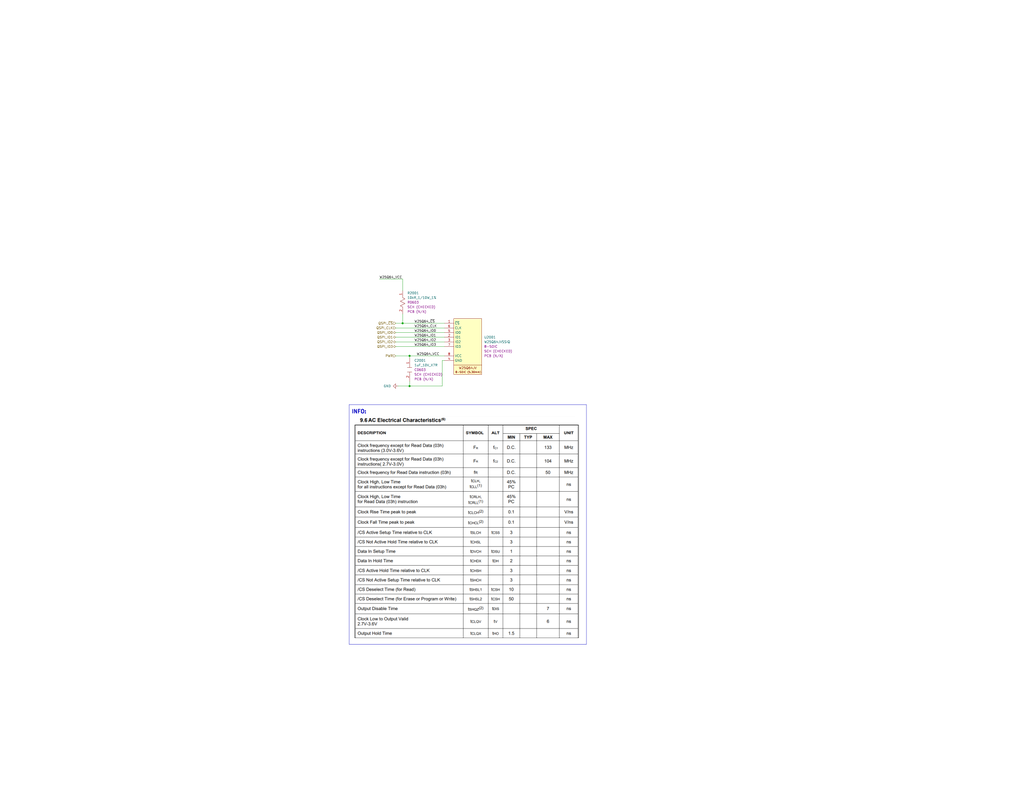
<source format=kicad_sch>
(kicad_sch (version 20231120) (generator "eeschema") (generator_version "8.0")
  (paper "C")
  (title_block (title "_HW_Quadcopter") (date "2024-03-27") (rev "01") (company "Mend0z0") (comment 1 "01") (comment 2 "RELEASED") (comment 3 "Siavash Taher Parvar") (comment 8 "N/A") (comment 9 "First Version"))
  (lib_symbols
    (symbol "_SCHLIB_Qcopter:CAP_CER_1uF_10V_X7R_C0603"
      (property "Reference" "C" (at 3.556 4.064 0))
      (property "Value" "1uF_10V_X7R" (at 3.81 6.604 0))
      (property "Package" "C0603" (at 3.81 35.306 0))
      (property "SCH CHECK" "SCH (CHECKED)" (at 3.81 29.972 0))
      (property "PCB CHECK" "PCB (N/A)" (at 3.81 32.512 0))
      (symbol "CAP_CER_1uF_10V_X7R_C0603_0_0"
        (polyline (pts (xy 5.08 1.27) (xy 5.08 -1.27)))
        (polyline (pts (xy 7.62 1.27) (xy 7.62 -1.27)))
      )
      (symbol "CAP_CER_1uF_10V_X7R_C0603_1_1"
        (pin passive line (at 0 0 0) (length 5.08) (name "") (number "1"))
        (pin passive line (at 12.7 0 180) (length 5.08) (name "") (number "2"))
      )
    )
    (symbol "_SCHLIB_Qcopter:IC_MEM_W25Q64JVSSIQ_64MBIT_NOR_QSPI/SPI_8-SOIC"
      (property "Reference" "U" (at 3.556 4.064 0))
      (property "Value" "W25Q64JVSSIQ" (at 3.81 6.604 0))
      (property "Package" "8-SOIC" (at 3.556 34.29 0))
      (property "SCH CHECK" "SCH (CHECKED)" (at 3.556 29.464 0))
      (property "PCB CHECK" "PCB (N/A)" (at 3.556 31.75 0))
      (symbol "IC_MEM_W25Q64JVSSIQ_64MBIT_NOR_QSPI/SPI_8-SOIC_1_1"
        (polyline (pts (xy 0 -25.4) (xy 15.24 -25.4)))
        (rectangle (start 0 0) (end 15.24 -30.48) (fill (type background)))
        (text "8-SOIC (5.30mm)" (at 7.874 -29.21 0) (effects (font (size 1.016 1.016))))
        (text "W25Q64JV" (at 7.62 -26.924 0) (effects (font (size 1.27 1.27))))
        (pin passive line (at -5.08 -2.54 0) (length 5.08) (name "~{CS}") (number "1"))
        (pin passive line (at -5.08 -10.16 0) (length 5.08) (name "IO1") (number "2"))
        (pin passive line (at -5.08 -12.7 0) (length 5.08) (name "IO2") (number "3"))
        (pin passive line (at -5.08 -22.86 0) (length 5.08) (name "GND") (number "4"))
        (pin passive line (at -5.08 -7.62 0) (length 5.08) (name "IO0") (number "5"))
        (pin passive line (at -5.08 -5.08 0) (length 5.08) (name "CLK") (number "6"))
        (pin passive line (at -5.08 -15.24 0) (length 5.08) (name "IO3") (number "7"))
        (pin passive line (at -5.08 -20.32 0) (length 5.08) (name "VCC") (number "8"))
      )
    )
    (symbol "_SCHLIB_Qcopter:RES_10kR_1/10W_1%_R0603"
      (property "Reference" "R" (at 3.302 4.572 0))
      (property "Value" "10kR_1/10W_1%" (at 3.302 6.858 0))
      (property "Package" "R0603" (at 3.302 31.242 0))
      (property "SCH CHECK" "SCH (CHECKED)" (at 3.302 26.67 0))
      (property "PCB CHECK" "PCB (N/A)" (at 3.302 28.956 0))
      (symbol "RES_10kR_1/10W_1%_R0603_0_0"
        (polyline (pts (xy 3.81 0) (xy 4.445 1.27) (xy 5.715 -1.27) (xy 6.985 1.27) (xy 8.255 -1.27) (xy 8.89 0)))
      )
      (symbol "RES_10kR_1/10W_1%_R0603_1_1"
        (pin passive line (at 0 0 0) (length 3.81) (name "") (number "1"))
        (pin passive line (at 12.7 0 180) (length 3.81) (name "") (number "2"))
      )
    )
    (symbol "power:GND" (power) (pin_numbers hide) (pin_names (offset 0) hide)
      (property "Value" "GND" (at 0 -3.81 0))
      (symbol "GND_0_1"
        (polyline (pts (xy 0 0) (xy 0 -1.27) (xy 1.27 -1.27) (xy 0 -2.54) (xy -1.27 -1.27) (xy 0 -1.27)))
      )
      (symbol "GND_1_1"
        (pin power_in line (at 0 0 270) (length 0) (name "~") (number "1"))
      )
    )
  )
  (junction (at 223.52 210.82))
  (junction (at 219.71 176.53))
  (junction (at 223.52 194.31))
  (wire (pts (xy 241.3 210.82) (xy 241.3 196.85)))
  (wire (pts (xy 223.52 208.28) (xy 223.52 210.82)))
  (wire (pts (xy 215.9 186.69) (xy 242.57 186.69)))
  (wire (pts (xy 223.52 194.31) (xy 223.52 195.58)))
  (wire (pts (xy 219.71 176.53) (xy 242.57 176.53)))
  (polyline (pts (xy 190.5 220.98) (xy 190.5 351.79)))
  (polyline (pts (xy 320.04 351.79) (xy 190.5 351.79)))
  (wire (pts (xy 223.52 194.31) (xy 242.57 194.31)))
  (wire (pts (xy 207.01 152.4) (xy 219.71 152.4)))
  (polyline (pts (xy 190.5 220.98) (xy 320.04 220.98)))
  (wire (pts (xy 215.9 179.07) (xy 242.57 179.07)))
  (wire (pts (xy 215.9 189.23) (xy 242.57 189.23)))
  (polyline (pts (xy 320.04 220.98) (xy 320.04 351.79)))
  (wire (pts (xy 215.9 181.61) (xy 242.57 181.61)))
  (wire (pts (xy 223.52 210.82) (xy 241.3 210.82)))
  (wire (pts (xy 215.9 176.53) (xy 219.71 176.53)))
  (wire (pts (xy 241.3 196.85) (xy 242.57 196.85)))
  (wire (pts (xy 217.17 210.82) (xy 223.52 210.82)))
  (wire (pts (xy 219.71 171.45) (xy 219.71 176.53)))
  (wire (pts (xy 215.9 194.31) (xy 223.52 194.31)))
  (wire (pts (xy 215.9 184.15) (xy 242.57 184.15)))
  (wire (pts (xy 219.71 152.4) (xy 219.71 158.75)))
  (image (at 255.27 288.29) (scale 0.561548))
  (text "INFO:" (at 191.77 226.06 0) (effects (font (size 2 2) (thickness 0.4) (bold yes)) (justify left bottom)))
  (label "W25Q64_VCC" (at 227.33 194.31 0))
  (label "W25Q64_VCC" (at 207.01 152.4 0))
  (label "W25Q64_IO2" (at 226.06 186.69 0))
  (label "W25Q64_~{CS}" (at 226.06 176.53 0))
  (label "W25Q64_IO1" (at 226.06 184.15 0))
  (label "W25Q64_IO3" (at 226.06 189.23 0))
  (label "W25Q64_CLK" (at 226.06 179.07 0))
  (label "W25Q64_IO0" (at 226.06 181.61 0))
  (hierarchical_label "QSPI_IO0" (shape bidirectional) (at 215.9 181.61 180))
  (hierarchical_label "QSPI_IO3" (shape bidirectional) (at 215.9 189.23 180))
  (hierarchical_label "QSPI_IO1" (shape bidirectional) (at 215.9 184.15 180))
  (hierarchical_label "QSPI_IO2" (shape bidirectional) (at 215.9 186.69 180))
  (hierarchical_label "QSPI_~{CS}" (shape input) (at 215.9 176.53 180))
  (hierarchical_label "PWR" (shape input) (at 215.9 194.31 180))
  (hierarchical_label "QSPI_CLK" (shape input) (at 215.9 179.07 180))
  (symbol (lib_id "_SCHLIB_Qcopter:CAP_CER_1uF_10V_X7R_C0603") (at 223.52 195.58 270) (unit 1)
    (property "Reference" "C2001" (at 226.06 196.8499 90) (effects (justify left)))
    (property "Value" "1uF_10V_X7R" (at 226.06 199.3899 90) (effects (justify left)))
    (property "Footprint" "Capacitor_SMD:C_0603_1608Metric" (effects (hide yes)))
    (property "Datasheet" "https://mm.digikey.com/Volume0/opasdata/d220001/medias/docus/3584/CL10B105KP8NNNC_Spec.pdf" (effects (hide yes)))
    (property "Description" "1 µF ±10% 10V Ceramic Capacitor X7R 0603 (1608 Metric)" (effects (hide yes)))
    (property "Package" "C0603" (at 226.06 201.9299 90) (effects (justify left)))
    (property "Part Number (Manufacturer)" "CL10B105KP8NNNC" (effects (hide yes)))
    (property "Manufacturer" "Samsung Electro-Mechanics" (effects (hide yes)))
    (property "Part Number (Vendor)" "1276-1946-2-ND" (effects (hide yes)))
    (property "Vendor" "Digikey" (effects (hide yes)))
    (property "Purchase Link" "https://www.digikey.ca/en/products/detail/samsung-electro-mechanics/CL10B105KP8NNNC/3887604" (effects (hide yes)))
    (property "SCH CHECK" "SCH (CHECKED)" (at 226.06 204.4699 90) (effects (justify left)))
    (property "PCB CHECK" "PCB (N/A)" (at 226.06 207.0099 90) (effects (justify left)))
  )
  (symbol (lib_id "power:GND") (at 217.17 210.82 270) (unit 1)
    (property "Reference" "#PWR02001" (effects (hide yes)))
    (property "Value" "GND" (at 213.36 210.8199 90) (effects (justify right)))
    (property "Description" "Power symbol creates a global label with name \"GND\" , ground" (effects (hide yes)))
  )
  (symbol (lib_id "_SCHLIB_Qcopter:IC_MEM_W25Q64JVSSIQ_64MBIT_NOR_QSPI/SPI_8-SOIC") (at 247.65 173.99 0) (unit 1)
    (property "Reference" "U2001" (at 264.16 184.1499 0) (effects (justify left)))
    (property "Value" "W25Q64JVSSIQ" (at 264.16 186.6899 0) (effects (justify left)))
    (property "Footprint" "_PCBLIB_Qcopter:SOIC-8_5.23x5.23mm_P1.27mm" (effects (hide yes)))
    (property "Datasheet" "https://www.winbond.com/resource-files/w25q64jv%20revj%2003272018%20plus.pdf" (effects (hide yes)))
    (property "Description" "FLASH - NOR Memory IC 64Mbit SPI - Quad I/O 133 MHz 8-SOIC" (effects (hide yes)))
    (property "Package" "8-SOIC" (at 264.16 189.2299 0) (effects (justify left)))
    (property "Part Number (Manufacturer)" "W25Q64JVSSIQ" (effects (hide yes)))
    (property "Manufacturer" "Winbond Electronics" (effects (hide yes)))
    (property "Part Number (Vendor)" "W25Q64JVSSIQ-ND" (effects (hide yes)))
    (property "Vendor" "Digikey" (effects (hide yes)))
    (property "Purchase Link" "https://www.digikey.ca/en/products/detail/winbond-electronics/W25Q64JVSSIQ/5803992" (effects (hide yes)))
    (property "SCH CHECK" "SCH (CHECKED)" (at 264.16 191.7699 0) (effects (justify left)))
    (property "PCB CHECK" "PCB (N/A)" (at 264.16 194.3099 0) (effects (justify left)))
  )
  (symbol (lib_id "_SCHLIB_Qcopter:RES_10kR_1/10W_1%_R0603") (at 219.71 158.75 270) (unit 1)
    (property "Reference" "R2001" (at 222.25 160.0199 90) (effects (justify left)))
    (property "Value" "10kR_1/10W_1%" (at 222.25 162.5599 90) (effects (justify left)))
    (property "Footprint" "Resistor_SMD:R_0603_1608Metric" (effects (hide yes)))
    (property "Datasheet" "https://www.seielect.com/catalog/sei-rmcf_rmcp.pdf" (effects (hide yes)))
    (property "Description" "10 kOhms ±1% 0.1W, 1/10W Chip Resistor 0603 (1608 Metric) Automotive AEC-Q200 Thick Film" (effects (hide yes)))
    (property "Package" "R0603" (at 222.25 165.0999 90) (effects (justify left)))
    (property "Part Number (Manufacturer)" "RMCF0603FT10K0" (effects (hide yes)))
    (property "Manufacturer" "Stackpole Electronics Inc" (effects (hide yes)))
    (property "Part Number (Vendor)" "RMCF0603FT10K0TR-ND" (effects (hide yes)))
    (property "Vendor" "Digikey" (effects (hide yes)))
    (property "Purchase Link" "https://www.digikey.ca/en/products/detail/stackpole-electronics-inc/RMCF0603FT10K0/1761235" (effects (hide yes)))
    (property "SCH CHECK" "SCH (CHECKED)" (at 222.25 167.6399 90) (effects (justify left)))
    (property "PCB CHECK" "PCB (N/A)" (at 222.25 170.1799 90) (effects (justify left)))
  )
)
</source>
